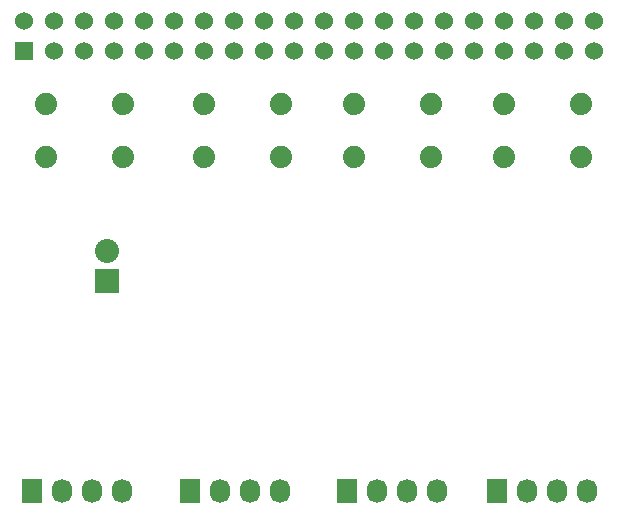
<source format=gbs>
G04 #@! TF.FileFunction,Soldermask,Bot*
%FSLAX46Y46*%
G04 Gerber Fmt 4.6, Leading zero omitted, Abs format (unit mm)*
G04 Created by KiCad (PCBNEW (2015-09-17 BZR 6202)-product) date Sunday, October 11, 2015 'PMt' 02:52:04 PM*
%MOMM*%
G01*
G04 APERTURE LIST*
%ADD10C,0.200000*%
%ADD11R,1.524000X1.524000*%
%ADD12C,1.524000*%
%ADD13R,1.727200X2.032000*%
%ADD14O,1.727200X2.032000*%
%ADD15R,2.032000X2.032000*%
%ADD16O,2.032000X2.032000*%
%ADD17C,1.879600*%
G04 APERTURE END LIST*
D10*
D11*
X37370000Y-26270000D03*
D12*
X37370000Y-23730000D03*
X50070000Y-26270000D03*
X39910000Y-23730000D03*
X52610000Y-26270000D03*
X42450000Y-23730000D03*
X55150000Y-26270000D03*
X44990000Y-23730000D03*
X57690000Y-26270000D03*
X47530000Y-23730000D03*
X60230000Y-26270000D03*
X50070000Y-23730000D03*
X62770000Y-26270000D03*
X52610000Y-23730000D03*
X65310000Y-26270000D03*
X55150000Y-23730000D03*
X67850000Y-26270000D03*
X57690000Y-23730000D03*
X70390000Y-26270000D03*
X60230000Y-23730000D03*
X72930000Y-26270000D03*
X62770000Y-23730000D03*
X75470000Y-26270000D03*
X65310000Y-23730000D03*
X67850000Y-23730000D03*
X78010000Y-26270000D03*
X70390000Y-23730000D03*
X75470000Y-23730000D03*
X78010000Y-23730000D03*
X80550000Y-23730000D03*
X83090000Y-23730000D03*
X80550000Y-26270000D03*
X83090000Y-26270000D03*
X39910000Y-26270000D03*
X42450000Y-26270000D03*
X44990000Y-26270000D03*
X47530000Y-26270000D03*
X85630000Y-26270000D03*
X85630000Y-23730000D03*
X72930000Y-23730000D03*
D13*
X38100000Y-63500000D03*
D14*
X40640000Y-63500000D03*
X43180000Y-63500000D03*
X45720000Y-63500000D03*
D13*
X51435000Y-63500000D03*
D14*
X53975000Y-63500000D03*
X56515000Y-63500000D03*
X59055000Y-63500000D03*
D13*
X64770000Y-63500000D03*
D14*
X67310000Y-63500000D03*
X69850000Y-63500000D03*
X72390000Y-63500000D03*
D13*
X77470000Y-63500000D03*
D14*
X80010000Y-63500000D03*
X82550000Y-63500000D03*
X85090000Y-63500000D03*
D15*
X44450000Y-45720000D03*
D16*
X44450000Y-43180000D03*
D17*
X39293800Y-30759400D03*
X45796200Y-30759400D03*
X39293800Y-35280600D03*
X45796200Y-35280600D03*
X52628800Y-30759400D03*
X59131200Y-30759400D03*
X52628800Y-35280600D03*
X59131200Y-35280600D03*
X65328800Y-30759400D03*
X71831200Y-30759400D03*
X65328800Y-35280600D03*
X71831200Y-35280600D03*
X78028800Y-30759400D03*
X84531200Y-30759400D03*
X78028800Y-35280600D03*
X84531200Y-35280600D03*
M02*

</source>
